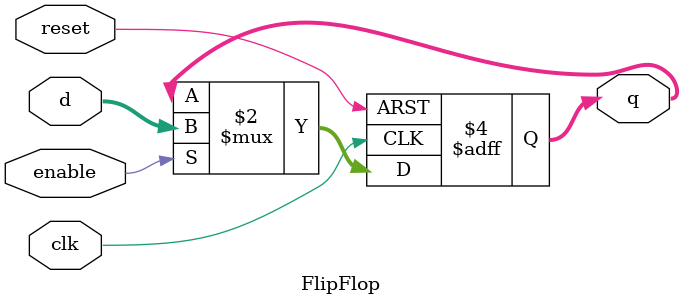
<source format=v>
/*
This Module implements a Flip Flop with
an optional enable bit (Set to 1 if not needed)
*/

module FlipFlop #(parameter WIDTH=16)(
input clk, 
input reset, 
input enable,
input [WIDTH-1:0] d,
output reg [WIDTH-1:0] q
);
always @(posedge clk or posedge reset) begin
	if (reset)
		q <= 0;
	else if (enable)
		q <= d;
end

endmodule
</source>
